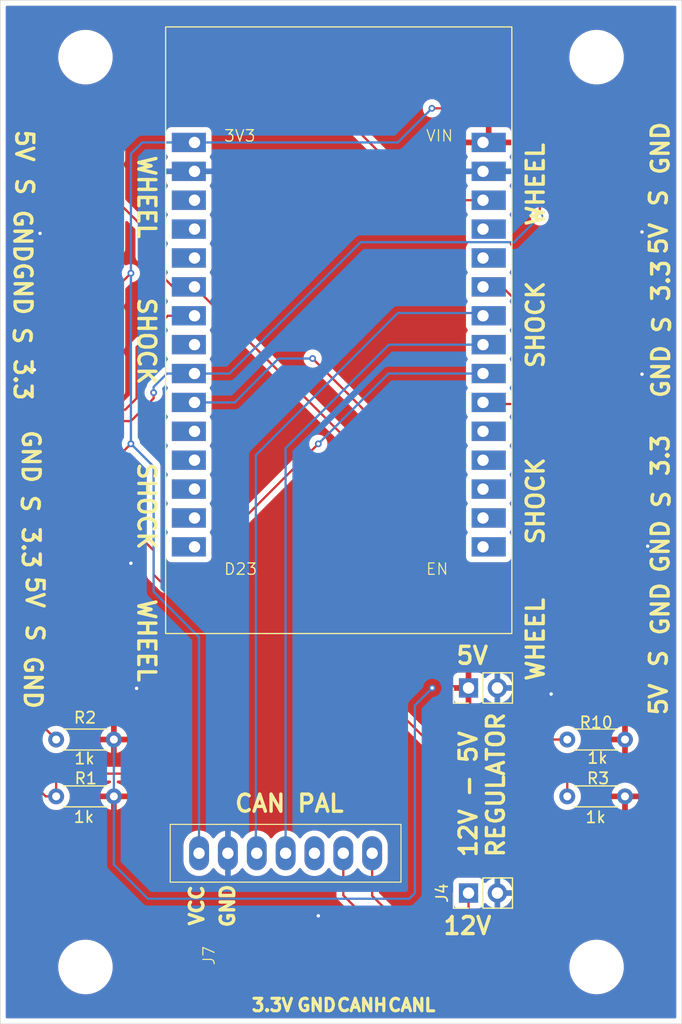
<source format=kicad_pcb>
(kicad_pcb (version 20240108) (generator "pcbnew") (generator_version "8.0")
  (layers (0 "F.Cu" signal) (31 "B.Cu" signal) (34 "B.Paste" user) (35 "F.Paste" user) (36 "B.SilkS" user "B.Silkscreen") (37 "F.SilkS" user "F.Silkscreen") (38 "B.Mask" user) (39 "F.Mask" user) (44 "Edge.Cuts" user))
  (net 0 "")
  (net 1 "GND")
  (net 2 "+5V")
  (net 3 "Net-(J1-Pin_2)")
  (net 4 "Net-(J2-Pin_2)")
  (net 5 "Net-(J3-Pin_2)")
  (net 6 "+12V")
  (net 7 "Net-(J5-Pin_2)")
  (net 8 "Net-(J7-Pin_3)")
  (net 9 "Net-(J7-Pin_4)")
  (net 23 "+3.3V")
  (net 24 "Net-(U3-D25)")
  (net 28 "Net-(U3-D26)")
  (net 30 "Net-(J6-Pin_2)")
  (net 31 "Net-(J9-Pin_2)")
  (net 32 "Net-(J10-Pin_2)")
  (net 33 "Net-(J11-Pin_2)")
  (footprint "WheelSpeed:3pin" (layer "F.Cu") (at 112.5 72.375)
    (property "Reference" "J9" (hide yes))
    (property "Value" "FrontLeftShock" (hide yes))
    (pad "1" smd rect (at 0 5.125) (size 6 3) (layers "F.Cu" "F.Paste" "F.Mask") (net 23 "+3.3V"))
    (pad "2" smd rect (at 0 9) (size 6 3) (layers "F.Cu" "F.Paste" "F.Mask") (net 31 "Net-(J9-Pin_2)"))
    (pad "3" smd rect (at 0 13) (size 6 3) (layers "F.Cu" "F.Paste" "F.Mask") (net 1 "GND"))
  )
  (footprint "WheelSpeed:3pin" (layer "F.Cu") (at 157.5 100.375)
    (property "Reference" "J3" (hide yes))
    (property "Value" "RearRightWheel" (hide yes))
    (pad "1" smd rect (at 0 5.125) (size 6 3) (layers "F.Cu" "F.Paste" "F.Mask") (net 2 "+5V"))
    (pad "2" smd rect (at 0 9) (size 6 3) (layers "F.Cu" "F.Paste" "F.Mask") (net 5 "Net-(J3-Pin_2)"))
    (pad "3" smd rect (at 0 13) (size 6 3) (layers "F.Cu" "F.Paste" "F.Mask") (net 1 "GND"))
  )
  (footprint "WheelSpeed:3pin" (layer "F.Cu") (at 112.5 99.875)
    (property "Reference" "J1" (hide yes))
    (property "Value" "RearLeftWheel" (hide yes))
    (pad "1" smd rect (at 0 5.125) (size 6 3) (layers "F.Cu" "F.Paste" "F.Mask") (net 2 "+5V"))
    (pad "2" smd rect (at 0 9) (size 6 3) (layers "F.Cu" "F.Paste" "F.Mask") (net 3 "Net-(J1-Pin_2)"))
    (pad "3" smd rect (at 0 13) (size 6 3) (layers "F.Cu" "F.Paste" "F.Mask") (net 1 "GND"))
  )
  (footprint "WheelSpeed:3pin" (layer "F.Cu") (at 157.5 87.375)
    (property "Reference" "J11" (hide yes))
    (property "Value" "RearRightShock" (hide yes))
    (pad "1" smd rect (at 0 5.125) (size 6 3) (layers "F.Cu" "F.Paste" "F.Mask") (net 23 "+3.3V"))
    (pad "2" smd rect (at 0 9) (size 6 3) (layers "F.Cu" "F.Paste" "F.Mask") (net 33 "Net-(J11-Pin_2)"))
    (pad "3" smd rect (at 0 13) (size 6 3) (layers "F.Cu" "F.Paste" "F.Mask") (net 1 "GND"))
  )
  (footprint "WheelSpeed:3pin" (layer "F.Cu") (at 157.5 72.375)
    (property "Reference" "J10" (hide yes))
    (property "Value" "FrontRightShock" (hide yes))
    (pad "1" smd rect (at 0 5.125) (size 6 3) (layers "F.Cu" "F.Paste" "F.Mask") (net 23 "+3.3V"))
    (pad "2" smd rect (at 0 9) (size 6 3) (layers "F.Cu" "F.Paste" "F.Mask") (net 32 "Net-(J10-Pin_2)"))
    (pad "3" smd rect (at 0 13) (size 6 3) (layers "F.Cu" "F.Paste" "F.Mask") (net 1 "GND"))
  )
  (footprint "WheelSpeed:4pin" (layer "F.Cu") (at 123.875 136.5 90)
    (property "Reference" "J7" (at 0 -0.5 90) (layer "F.SilkS") (effects (font (thickness 0.1))))
    (property "Value" "VehicleBus")
    (pad "1" smd rect (at 0 5.125 90) (size 6 3) (layers "F.Cu" "F.Paste" "F.Mask") (net 6 "+12V"))
    (pad "2" smd rect (at 0 9 90) (size 6 3) (layers "F.Cu" "F.Paste" "F.Mask") (net 1 "GND"))
    (pad "3" smd rect (at 0 13 90) (size 6 3) (layers "F.Cu" "F.Paste" "F.Mask") (net 8 "Net-(J7-Pin_3)"))
    (pad "4" smd rect (at 0 17 90) (size 6 3) (layers "F.Cu" "F.Paste" "F.Mask") (net 9 "Net-(J7-Pin_4)"))
  )
  (footprint "WheelSpeed:ESP32" (layer "F.Cu") (at 134.8 65)
    (property "Reference" "U3" (hide yes))
    (property "Value" "~")
    (fp_rect (start -15.24 -10.16) (end 15.24 43.18) (stroke (width 0.1)) (fill none) (layer "F.SilkS"))
    (fp_rect (start -15.24 -10.16) (end 15.24 43.18) (stroke (width 0.1)) (fill none) (layer "F.SilkS"))
    (fp_text user "VIN" (at 7.62 0 0) (layer "F.SilkS") (effects (font (thickness 0.1)) (justify left bottom)))
    (fp_text user "D23" (at -10.16 38.1 0) (layer "F.SilkS") (effects (font (thickness 0.1)) (justify left bottom)))
    (fp_text user "3V3" (at -10.16 0 0) (layer "F.SilkS") (effects (font (thickness 0.1)) (justify left bottom)))
    (fp_text user "3V3" (at -10.16 0 0) (layer "F.SilkS") (effects (font (thickness 0.1)) (justify left bottom)))
    (fp_text user "D23" (at -10.16 38.1 0) (layer "F.SilkS") (effects (font (thickness 0.1)) (justify left bottom)))
    (fp_text user "EN" (at 7.62 38.1 0) (layer "F.SilkS") (effects (font (thickness 0.1)) (justify left bottom)))
    (pad "1" thru_hole rect (at -12.7 0) (size 3 1.7) (drill 1 (offset -0.5 0)) (layers "*.Cu" "*.Mask") (net 23 "+3.3V"))
    (pad "2" thru_hole rect (at -12.7 2.54) (size 3 1.7) (drill 1 (offset -0.5 0)) (layers "*.Cu" "*.Mask") (net 1 "GND"))
    (pad "3" thru_hole rect (at -12.7 5.08) (size 3 1.7) (drill 1 (offset -0.5 0)) (layers "*.Cu" "*.Mask"))
    (pad "4" thru_hole rect (at -12.7 7.62) (size 3 1.7) (drill 1 (offset -0.5 0)) (layers "*.Cu" "*.Mask"))
    (pad "5" thru_hole rect (at -12.7 10.16) (size 3 1.7) (drill 1 (offset -0.5 0)) (layers "*.Cu" "*.Mask"))
    (pad "6" thru_hole rect (at -12.7 12.7) (size 3 1.7) (drill 1 (offset -0.5 0)) (layers "*.Cu" "*.Mask") (net 7 "Net-(J5-Pin_2)"))
    (pad "7" thru_hole rect (at -12.7 15.24) (size 3 1.7) (drill 1 (offset -0.5 0)) (layers "*.Cu" "*.Mask") (net 3 "Net-(J1-Pin_2)"))
    (pad "8" thru_hole rect (at -12.7 17.78) (size 3 1.7) (drill 1 (offset -0.5 0)) (layers "*.Cu" "*.Mask"))
    (pad "9" thru_hole rect (at -12.7 20.32) (size 3 1.7) (drill 1 (offset -0.5 0)) (layers "*.Cu" "*.Mask") (net 4 "Net-(J2-Pin_2)"))
    (pad "10" thru_hole rect (at -12.7 22.86) (size 3 1.7) (drill 1 (offset -0.5 0)) (layers "*.Cu" "*.Mask") (net 5 "Net-(J3-Pin_2)"))
    (pad "11" thru_hole rect (at -12.7 25.4) (size 3 1.7) (drill 1 (offset -0.5 0)) (layers "*.Cu" "*.Mask"))
    (pad "12" thru_hole rect (at -12.7 27.94) (size 3 1.7) (drill 1 (offset -0.5 0)) (layers "*.Cu" "*.Mask"))
    (pad "13" thru_hole rect (at -12.7 30.48) (size 3 1.7) (drill 1 (offset -0.5 0)) (layers "*.Cu" "*.Mask"))
    (pad "14" thru_hole rect (at -12.7 33.02) (size 3 1.7) (drill 1 (offset -0.5 0)) (layers "*.Cu" "*.Mask"))
    (pad "15" thru_hole rect (at -12.7 35.56) (size 3 1.7) (drill 1 (offset -0.5 0)) (layers "*.Cu" "*.Mask"))
    (pad "16" thru_hole rect (at 12.7 35.56) (size 3 1.7) (drill 1 (offset 0.5 0)) (layers "*.Cu" "*.Mask"))
    (pad "17" thru_hole rect (at 12.7 33.02) (size 3 1.7) (drill 1 (offset 0.5 0)) (layers "*.Cu" "*.Mask"))
    (pad "18" thru_hole rect (at 12.7 30.48) (size 3 1.7) (drill 1 (offset 0.5 0)) (layers "*.Cu" "*.Mask"))
    (pad "19" thru_hole rect (at 12.7 27.94) (size 3 1.7) (drill 1 (offset 0.5 0)) (layers "*.Cu" "*.Mask"))
    (pad "20" thru_hole rect (at 12.7 25.4) (size 3 1.7) (drill 1 (offset 0.5 0)) (layers "*.Cu" "*.Mask"))
    (pad "21" thru_hole rect (at 12.7 22.86) (size 3 1.7) (drill 1 (offset 0.5 0)) (layers "*.Cu" "*.Mask") (net 33 "Net-(J11-Pin_2)"))
    (pad "22" thru_hole rect (at 12.7 20.32) (size 3 1.7) (drill 1 (offset 0.5 0)) (layers "*.Cu" "*.Mask") (net 30 "Net-(J6-Pin_2)"))
    (pad "23" thru_hole rect (at 12.7 17.78) (size 3 1.7) (drill 1 (offset 0.5 0)) (layers "*.Cu" "*.Mask") (net 24 "Net-(U3-D25)"))
    (pad "24" thru_hole rect (at 12.7 15.24) (size 3 1.7) (drill 1 (offset 0.5 0)) (layers "*.Cu" "*.Mask") (net 28 "Net-(U3-D26)"))
    (pad "25" thru_hole rect (at 12.7 12.7) (size 3 1.7) (drill 1 (offset 0.5 0)) (layers "*.Cu" "*.Mask") (net 32 "Net-(J10-Pin_2)"))
    (pad "26" thru_hole rect (at 12.7 10.16) (size 3 1.7) (drill 1 (offset 0.5 0)) (layers "*.Cu" "*.Mask"))
    (pad "27" thru_hole rect (at 12.7 7.62) (size 3 1.7) (drill 1 (offset 0.5 0)) (layers "*.Cu" "*.Mask"))
    (pad "28" thru_hole rect (at 12.7 5.08) (size 3 1.7) (drill 1 (offset 0.5 0)) (layers "*.Cu" "*.Mask") (net 31 "Net-(J9-Pin_2)"))
    (pad "29" thru_hole rect (at 12.7 2.54) (size 3 1.7) (drill 1 (offset 0.5 0)) (layers "*.Cu" "*.Mask") (net 1 "GND"))
    (pad "30" thru_hole rect (at 12.7 0) (size 3 1.7) (drill 1 (offset 0.5 0)) (layers "*.Cu" "*.Mask") (net 2 "+5V"))
  )
  (footprint "WheelSpeed:3pin" (layer "F.Cu") (at 157.5 59.875)
    (property "Reference" "J2" (hide yes))
    (property "Value" "FrontRightWheel" (hide yes))
    (pad "1" smd rect (at 0 5.125) (size 6 3) (layers "F.Cu" "F.Paste" "F.Mask") (net 2 "+5V"))
    (pad "2" smd rect (at 0 9) (size 6 3) (layers "F.Cu" "F.Paste" "F.Mask") (net 4 "Net-(J2-Pin_2)"))
    (pad "3" smd rect (at 0 13) (size 6 3) (layers "F.Cu" "F.Paste" "F.Mask") (net 1 "GND"))
  )
  (footprint "Connector_PinHeader_2.54mm:PinHeader_1x02_P2.54mm_Vertical" (layer "F.Cu") (at 146.225 131 90)
    (property "Reference" "J4" (at 0 -2.33 90) (layer "F.SilkS"))
    (property "Value" "Conn_01x02_Pin" (hide yes))
    (fp_line (start -1.33 -1.33) (end 0 -1.33) (stroke (width 0.12)) (layer "F.SilkS"))
    (fp_line (start -1.33 0) (end -1.33 -1.33) (stroke (width 0.12)) (layer "F.SilkS"))
    (fp_line (start 1.33 1.27) (end 1.33 3.87) (stroke (width 0.12)) (layer "F.SilkS"))
    (fp_line (start -1.33 1.27) (end 1.33 1.27) (stroke (width 0.12)) (layer "F.SilkS"))
    (fp_line (start -1.33 1.27) (end -1.33 3.87) (stroke (width 0.12)) (layer "F.SilkS"))
    (fp_line (start -1.33 3.87) (end 1.33 3.87) (stroke (width 0.12)) (layer "F.SilkS"))
    (pad "1" thru_hole rect (at 0 0 90) (size 1.7 1.7) (drill 1) (layers "*.Cu" "*.Mask") (net 6 "+12V"))
    (pad "2" thru_hole oval (at 0 2.54 90) (size 1.7 1.7) (drill 1) (layers "*.Cu" "*.Mask") (net 1 "GND"))
  )
  (footprint "MountingHole:MountingHole_4.3mm_M4" (layer "F.Cu") (at 157.5 57.5)
    (property "Reference" "H2" (hide yes))
    (property "Value" "MountingHole" (hide yes))
    (pad "" np_thru_hole circle (at 0 0) (size 4.3 4.3) (drill 4.3) (layers "*.Cu" "*.Mask"))
  )
  (footprint "WheelSpeed:3pin" (layer "F.Cu") (at 112.5 59.875)
    (property "Reference" "J5" (hide yes))
    (property "Value" "FrontLeftWheel" (hide yes))
    (pad "1" smd rect (at 0 5.125) (size 6 3) (layers "F.Cu" "F.Paste" "F.Mask") (net 2 "+5V"))
    (pad "2" smd rect (at 0 9) (size 6 3) (layers "F.Cu" "F.Paste" "F.Mask") (net 7 "Net-(J5-Pin_2)"))
    (pad "3" smd rect (at 0 13) (size 6 3) (layers "F.Cu" "F.Paste" "F.Mask") (net 1 "GND"))
  )
  (footprint "WheelSpeed:1x7 Connectors" (layer "F.Cu") (at 122.5 127.5)
    (property "Reference" "U4" (hide yes))
    (property "Value" "~")
    (fp_rect (start -2.54 -2.54) (end 17.78 2.54) (stroke (width 0.1)) (fill none) (layer "F.SilkS"))
    (pad "1" thru_hole oval (at 0 0) (size 1.75 3) (drill 1) (layers "*.Cu" "*.Mask") (net 23 "+3.3V"))
    (pad "2" thru_hole oval (at 2.54 0) (size 1.75 3) (drill 1) (layers "*.Cu" "*.Mask") (net 1 "GND"))
    (pad "3" thru_hole oval (at 5.08 0) (size 1.75 3) (drill 1) (layers "*.Cu" "*.Mask") (net 28 "Net-(U3-D26)"))
    (pad "4" thru_hole oval (at 7.62 0) (size 1.75 3) (drill 1) (layers "*.Cu" "*.Mask") (net 24 "Net-(U3-D25)"))
    (pad "5" thru_hole oval (at 10.16 0) (size 1.75 3) (drill 1) (layers "*.Cu" "*.Mask"))
    (pad "6" thru_hole oval (at 12.7 0) (size 1.75 3) (drill 1) (layers "*.Cu" "*.Mask") (net 8 "Net-(J7-Pin_3)"))
    (pad "7" thru_hole oval (at 15.24 0) (size 1.75 3) (drill 1) (layers "*.Cu" "*.Mask") (net 9 "Net-(J7-Pin_4)"))
  )
  (footprint "Resistor_THT:R_Axial_DIN0204_L3.6mm_D1.6mm_P5.08mm_Horizontal" (layer "F.Cu") (at 109.92 122.5)
    (property "Reference" "R1" (at 2.601703 -1.580746 0) (layer "F.SilkS"))
    (property "Value" "1k")
    (fp_line (start 0.62 -0.92) (end 4.46 -0.92) (stroke (width 0.12)) (layer "F.SilkS"))
    (fp_line (start 0.62 0.92) (end 4.46 0.92) (stroke (width 0.12)) (layer "F.SilkS"))
    (pad "1" thru_hole circle (at 0 0) (size 1.4 1.4) (drill 0.7) (layers "*.Cu" "*.Mask") (net 3 "Net-(J1-Pin_2)"))
    (pad "2" thru_hole oval (at 5.08 0) (size 1.4 1.4) (drill 0.7) (layers "*.Cu" "*.Mask") (net 2 "+5V"))
  )
  (footprint "Resistor_THT:R_Axial_DIN0204_L3.6mm_D1.6mm_P5.08mm_Horizontal" (layer "F.Cu") (at 154.92 117.5)
    (property "Reference" "R10" (at 2.54 -1.5 0) (layer "F.SilkS"))
    (property "Value" "1k")
    (fp_line (start 0.62 -0.92) (end 4.46 -0.92) (stroke (width 0.12)) (layer "F.SilkS"))
    (fp_line (start 0.62 0.92) (end 4.46 0.92) (stroke (width 0.12)) (layer "F.SilkS"))
    (pad "1" thru_hole circle (at 0 0) (size 1.4 1.4) (drill 0.7) (layers "*.Cu" "*.Mask") (net 7 "Net-(J5-Pin_2)"))
    (pad "2" thru_hole oval (at 5.08 0) (size 1.4 1.4) (drill 0.7) (layers "*.Cu" "*.Mask") (net 2 "+5V"))
  )
  (footprint "MountingHole:MountingHole_4.3mm_M4" (layer "F.Cu") (at 112.5 137.5)
    (property "Reference" "H3" (hide yes))
    (property "Value" "MountingHole" (hide yes))
    (pad "" np_thru_hole circle (at 0 0) (size 4.3 4.3) (drill 4.3) (layers "*.Cu" "*.Mask"))
  )
  (footprint "Resistor_THT:R_Axial_DIN0204_L3.6mm_D1.6mm_P5.08mm_Horizontal" (layer "F.Cu") (at 154.92 122.5)
    (property "Reference" "R3" (at 2.711624 -1.580746 0) (layer "F.SilkS"))
    (property "Value" "1k")
    (fp_line (start 0.62 -0.92) (end 4.46 -0.92) (stroke (width 0.12)) (layer "F.SilkS"))
    (fp_line (start 0.62 0.92) (end 4.46 0.92) (stroke (width 0.12)) (layer "F.SilkS"))
    (pad "1" thru_hole circle (at 0 0) (size 1.4 1.4) (drill 0.7) (layers "*.Cu" "*.Mask") (net 5 "Net-(J3-Pin_2)"))
    (pad "2" thru_hole oval (at 5.08 0) (size 1.4 1.4) (drill 0.7) (layers "*.Cu" "*.Mask") (net 2 "+5V"))
  )
  (footprint "WheelSpeed:3pin" (layer "F.Cu") (at 112.5 87.375)
    (property "Reference" "J6" (hide yes))
    (property "Value" "RearLeftShock" (hide yes))
    (pad "1" smd rect (at 0 5.125) (size 6 3) (layers "F.Cu" "F.Paste" "F.Mask") (net 23 "+3.3V"))
    (pad "2" smd rect (at 0 9) (size 6 3) (layers "F.Cu" "F.Paste" "F.Mask") (net 30 "Net-(J6-Pin_2)"))
    (pad "3" smd rect (at 0 13) (size 6 3) (layers "F.Cu" "F.Paste" "F.Mask") (net 1 "GND"))
  )
  (footprint "MountingHole:MountingHole_4.3mm_M4" (layer "F.Cu") (at 157.5 137.5)
    (property "Reference" "H4" (hide yes))
    (property "Value" "MountingHole" (hide yes))
    (pad "" np_thru_hole circle (at 0 0) (size 4.3 4.3) (drill 4.3) (layers "*.Cu" "*.Mask"))
  )
  (footprint "Resistor_THT:R_Axial_DIN0204_L3.6mm_D1.6mm_P5.08mm_Horizontal" (layer "F.Cu") (at 109.92 117.5)
    (property "Reference" "R2" (at 2.54 -1.92 0) (layer "F.SilkS"))
    (property "Value" "1k")
    (fp_line (start 0.62 -0.92) (end 4.46 -0.92) (stroke (width 0.12)) (layer "F.SilkS"))
    (fp_line (start 0.62 0.92) (end 4.46 0.92) (stroke (width 0.12)) (layer "F.SilkS"))
    (pad "1" thru_hole circle (at 0 0) (size 1.4 1.4) (drill 0.7) (layers "*.Cu" "*.Mask") (net 4 "Net-(J2-Pin_2)"))
    (pad "2" thru_hole oval (at 5.08 0) (size 1.4 1.4) (drill 0.7) (layers "*.Cu" "*.Mask") (net 2 "+5V"))
  )
  (footprint "MountingHole:MountingHole_4.3mm_M4" (layer "F.Cu") (at 112.5 57.5)
    (property "Reference" "H1" (hide yes))
    (property "Value" "MountingHole" (hide yes))
    (pad "" np_thru_hole circle (at 0 0) (size 4.3 4.3) (drill 4.3) (layers "*.Cu" "*.Mask"))
  )
  (footprint "Connector_PinHeader_2.54mm:PinHeader_1x02_P2.54mm_Vertical" (layer "F.Cu") (at 146.225 112.966 90)
    (property "Reference" "J8" (hide yes))
    (property "Value" "Conn_01x02_Pin" (hide yes))
    (fp_line (start -1.33 -1.33) (end 0 -1.33) (stroke (width 0.12)) (layer "F.SilkS"))
    (fp_line (start -1.33 0) (end -1.33 -1.33) (stroke (width 0.12)) (layer "F.SilkS"))
    (fp_line (start 1.33 1.27) (end 1.33 3.87) (stroke (width 0.12)) (layer "F.SilkS"))
    (fp_line (start -1.33 1.27) (end 1.33 1.27) (stroke (width 0.12)) (layer "F.SilkS"))
    (fp_line (start -1.33 1.27) (end -1.33 3.87) (stroke (width 0.12)) (layer "F.SilkS"))
    (fp_line (start -1.33 3.87) (end 1.33 3.87) (stroke (width 0.12)) (layer "F.SilkS"))
    (pad "1" thru_hole rect (at 0 0 90) (size 1.7 1.7) (drill 1) (layers "*.Cu" "*.Mask") (net 2 "+5V"))
    (pad "2" thru_hole oval (at 0 2.54 90) (size 1.7 1.7) (drill 1) (layers "*.Cu" "*.Mask") (net 1 "GND"))
  )
  (gr_rect (start 105 52.5) (end 165 142.5) (stroke (width 0.05)) (fill none) (layer "Edge.Cuts"))
  (gr_text "1k" (at 157.577794 119.115934 0) (layer "F.SilkS") (effects (font (size 1 1))))
  (gr_text "CANL" (at 139 141.5 0) (layer "F.SilkS") (effects (font (size 1.1 1.1) (thickness 0.275) (bold yes)) (justify left bottom)))
  (gr_text "3.3" (at 106.104395 83.872802 -90) (layer "F.SilkS") (effects (font (size 1.5 1.5) (thickness 0.3) (bold yes)) (justify left bottom)))
  (gr_text "5V" (at 145 111 0) (layer "F.SilkS") (effects (font (size 1.5 1.5) (thickness 0.3) (bold yes)) (justify left bottom)))
  (gr_text "SHOCK" (at 117 93 270) (layer "F.SilkS") (effects (font (size 1.5 1.5) (thickness 0.3) (bold yes)) (justify left bottom)))
  (gr_text "5V" (at 107.164745 102.982324 270) (layer "F.SilkS") (effects (font (size 1.5 1.5) (thickness 0.3) (bold yes)) (justify left bottom)))
  (gr_text "12V" (at 143.863125 134.760805 0) (layer "F.SilkS") (effects (font (size 1.5 1.5) (thickness 0.3) (bold yes)) (justify left bottom)))
  (gr_text "WHEEL" (at 153 112.5 90) (layer "F.SilkS") (effects (font (size 1.5 1.5) (thickness 0.3) (bold yes)) (justify left bottom)))
  (gr_text "GND" (at 164 108.5 90) (layer "F.SilkS") (effects (font (size 1.5 1.5) (thickness 0.3) (bold yes)) (justify left bottom)))
  (gr_text "WHEEL" (at 117 66 -90) (layer "F.SilkS") (effects (font (size 1.5 1.5) (thickness 0.3) (bold yes)) (justify left bottom)))
  (gr_text "S" (at 106.023328 81.072598 -90) (layer "F.SilkS") (effects (font (size 1.5 1.5) (thickness 0.3) (bold yes)) (justify left bottom)))
  (gr_text "1k" (at 157.416302 124.337488 0) (layer "F.SilkS") (effects (font (size 1 1))))
  (gr_text "S" (at 106.248332 67.968975 270) (layer "F.SilkS") (effects (font (size 1.5 1.5) (thickness 0.3) (bold yes)) (justify left bottom)))
  (gr_text "S" (at 164.081067 97.300204 90) (layer "F.SilkS") (effects (font (size 1.5 1.5) (thickness 0.3) (bold yes)) (justify left bottom)))
  (gr_text "S" (at 163.838508 111.285726 90) (layer "F.SilkS") (effects (font (size 1.5 1.5) (thickness 0.3) (bold yes)) (justify left bottom)))
  (gr_text "GND" (at 125.715475 134.155083 90) (layer "F.SilkS") (effects (font (size 1.2 1.2) (thickness 0.3) (bold yes)) (justify left bottom)))
  (gr_text "SHOCK" (at 153 85 90) (layer "F.SilkS") (effects (font (size 1.5 1.5) (thickness 0.3) (bold yes)) (justify left bottom)))
  (gr_text "GND" (at 164 103 90) (layer "F.SilkS") (effects (font (size 1.5 1.5) (thickness 0.3) (bold yes)) (justify left bottom)))
  (gr_text "GND" (at 106.81653 90.138271 -90) (layer "F.SilkS") (effects (font (size 1.5 1.5) (thickness 0.3) (bold yes)) (justify left bottom)))
  (gr_text "GND" (at 164.04518 87.623453 90) (layer "F.SilkS") (effects (font (size 1.5 1.5) (thickness 0.3) (bold yes)) (justify left bottom)))
  (gr_text "5V" (at 163.835255 75.017676 90) (layer "F.SilkS") (effects (font (size 1.5 1.5) (thickness 0.3) (bold yes)) (justify left bottom)))
  (gr_text "GND" (at 106.08684 70.754701 270) (layer "F.SilkS") (effects (font (size 1.5 1.5) (thickness 0.3) (bold yes)) (justify left bottom)))
  (gr_text "1k" (at 112.360211 124.310572 0) (layer "F.SilkS") (effects (font (size 1 1))))
  (gr_text "VCC" (at 123 134 90) (layer "F.SilkS") (effects (font (size 1.2 1.2) (thickness 0.3) (bold yes)) (justify left bottom)))
  (gr_text "GND" (at 107 110 270) (layer "F.SilkS") (effects (font (size 1.5 1.5) (thickness 0.3) (bold yes)) (justify left bottom)))
  (gr_text "S" (at 163.838508 70.785726 90) (layer "F.SilkS") (effects (font (size 1.5 1.5) (thickness 0.3) (bold yes)) (justify left bottom)))
  (gr_text "CAN PAL" (at 125.5 124 0) (layer "F.SilkS") (effects (font (size 1.5 1.5) (thickness 0.3) (bold yes)) (justify left bottom)))
  (gr_text "S" (at 164.126247 81.923657 90) (layer "F.SilkS") (effects (font (size 1.5 1.5) (thickness 0.3) (bold yes)) (justify left bottom)))
  (gr_text "S" (at 106.735463 95.838067 -90) (layer "F.SilkS") (effects (font (size 1.5 1.5) (thickness 0.3) (bold yes)) (justify left bottom)))
  (gr_text "WHEEL" (at 153 72.5 90) (layer "F.SilkS") (effects (font (size 1.5 1.5) (thickness 0.3) (bold yes)) (justify left bottom)))
  (gr_text "WHEEL" (at 117 105 -90) (layer "F.SilkS") (effects (font (size 1.5 1.5) (thickness 0.3) (bold yes)) (justify left bottom)))
  (gr_text "S" (at 107.161492 107.214274 270) (layer "F.SilkS") (effects (font (size 1.5 1.5) (thickness 0.3) (bold yes)) (justify left bottom)))
  (gr_text "3.3" (at 106.81653 98.638271 -90) (layer "F.SilkS") (effects (font (size 1.5 1.5) (thickness 0.3) (bold yes)) (justify left bottom)))
  (gr_text "GND" (at 131 141.5 0) (layer "F.SilkS") (effects (font (size 1.1 1.1) (thickness 0.275) (bold yes)) (justify left bottom)))
  (gr_text "CANH" (at 134.5 141.5 0) (layer "F.SilkS") (effects (font (size 1.1 1.1) (thickness 0.275) (bold yes)) (justify left bottom)))
  (gr_text "5V" (at 163.835255 115.517676 90) (layer "F.SilkS") (effects (font (size 1.5 1.5) (thickness 0.3) (bold yes)) (justify left bottom)))
  (gr_text "GND" (at 106.104395 75.372802 -90) (layer "F.SilkS") (effects (font (size 1.5 1.5) (thickness 0.3) (bold yes)) (justify left bottom)))
  (gr_text "5V" (at 106.251585 63.737025 270) (layer "F.SilkS") (effects (font (size 1.5 1.5) (thickness 0.3) (bold yes)) (justify left bottom)))
  (gr_text "3.3" (at 164.04518 79.123453 90) (layer "F.SilkS") (effects (font (size 1.5 1.5) (thickness 0.3) (bold yes)) (justify left bottom)))
  (gr_text "SHOCK" (at 117 78.5 270) (layer "F.SilkS") (effects (font (size 1.5 1.5) (thickness 0.3) (bold yes)) (justify left bottom)))
  (gr_text "1k" (at 112.414042 119.169764 0) (layer "F.SilkS") (effects (font (size 1 1))))
  (gr_text "12V - 5V\nREGULATOR" (at 149.5 128 90) (layer "F.SilkS") (effects (font (size 1.5 1.5) (thickness 0.3) (bold yes)) (justify left bottom)))
  (gr_text "GND" (at 164 68 90) (layer "F.SilkS") (effects (font (size 1.5 1.5) (thickness 0.3) (bold yes)) (justify left bottom)))
  (gr_text "SHOCK" (at 153 100.5 90) (layer "F.SilkS") (effects (font (size 1.5 1.5) (thickness 0.3) (bold yes)) (justify left bottom)))
  (gr_text "3.3V" (at 127 141.5 0) (layer "F.SilkS") (effects (font (size 1.1 1.1) (thickness 0.275) (bold yes)) (justify left bottom)))
  (gr_text "3.3" (at 164 94.5 90) (layer "F.SilkS") (effects (font (size 1.5 1.5) (thickness 0.3) (bold yes)) (justify left bottom)))
  (segment (start 133.5 133.5) (end 133 133) (width 0.2) (layer "F.Cu") (net 1))
  (segment (start 153.625 113.375) (end 153.5 113.5) (width 0.2) (layer "F.Cu") (net 1))
  (segment (start 133.5 137.5) (end 133.5 133.5) (width 0.2) (layer "F.Cu") (net 1))
  (segment (start 161.875 100.375) (end 162 100.5) (width 0.2) (layer "F.Cu") (net 1))
  (segment (start 112.5 85.375) (end 108.375 85.375) (width 0.2) (layer "F.Cu") (net 1))
  (segment (start 161.5 85.375) (end 157.5 85.375) (width 0.2) (layer "F.Cu") (net 1))
  (segment (start 161.5 72.875) (end 157.5 72.875) (width 0.2) (layer "F.Cu") (net 1))
  (segment (start 116.875 112.875) (end 117 113) (width 0.2) (layer "F.Cu") (net 1))
  (segment (start 112.5 100.375) (end 114.875 100.375) (width 0.2) (layer "F.Cu") (net 1))
  (segment (start 108.375 85.375) (end 108 85) (width 0.2) (layer "F.Cu") (net 1))
  (segment (start 157.5 113.375) (end 153.625 113.375) (width 0.2) (layer "F.Cu") (net 1))
  (segment (start 157.5 100.375) (end 161.875 100.375) (width 0.2) (layer "F.Cu") (net 1))
  (segment (start 112.5 112.875) (end 116.875 112.875) (width 0.2) (layer "F.Cu") (net 1))
  (segment (start 114.875 100.375) (end 116.5 102) (width 0.2) (layer "F.Cu") (net 1))
  (segment (start 112.5 72.875) (end 108.625 72.875) (width 0.2) (layer "F.Cu") (net 1))
  (segment (start 108.625 72.875) (end 108.5 73) (width 0.2) (layer "F.Cu") (net 1))
  (via (at 153.5 113.5) (size 0.6) (drill 0.3) (layers "F.Cu" "B.Cu") (net 1))
  (via (at 108 85) (size 0.6) (drill 0.3) (layers "F.Cu" "B.Cu") (net 1))
  (via (at 108.5 73) (size 0.6) (drill 0.3) (layers "F.Cu" "B.Cu") (net 1))
  (via (at 162 100.5) (size 0.6) (drill 0.3) (layers "F.Cu" "B.Cu") (net 1))
  (via (at 116.5 102) (size 0.6) (drill 0.3) (layers "F.Cu" "B.Cu") (net 1))
  (via (at 133 133) (size 0.6) (drill 0.3) (layers "F.Cu" "B.Cu") (net 1))
  (via (at 117 113) (size 0.6) (drill 0.3) (layers "F.Cu" "B.Cu") (net 1))
  (via (at 161.5 85.375) (size 0.6) (drill 0.3) (layers "F.Cu" "B.Cu") (net 1))
  (via (at 161.5 72.875) (size 0.6) (drill 0.3) (layers "F.Cu" "B.Cu") (net 1))
  (segment (start 146.225 112.966) (end 143.034 112.966) (width 0.2) (layer "F.Cu") (net 2))
  (segment (start 143 113) (end 143.034 112.966) (width 0.2) (layer "F.Cu") (net 2))
  (via (at 143.034 112.966) (size 0.6) (drill 0.3) (layers "F.Cu" "B.Cu") (net 2))
  (segment (start 118 131.5) (end 115 128.5) (width 0.2) (layer "B.Cu") (net 2))
  (segment (start 141 131.5) (end 118 131.5) (width 0.2) (layer "B.Cu") (net 2))
  (segment (start 141.5 114.5) (end 141.5 131) (width 0.2) (layer "B.Cu") (net 2))
  (segment (start 115 117.5) (end 115 122.5) (width 0.2) (layer "B.Cu") (net 2))
  (segment (start 115 128.5) (end 115 122.5) (width 0.2) (layer "B.Cu") (net 2))
  (segment (start 141.5 131) (end 141 131.5) (width 0.2) (layer "B.Cu") (net 2))
  (segment (start 143.034 112.966) (end 141.5 114.5) (width 0.2) (layer "B.Cu") (net 2))
  (segment (start 119.5 117.5) (end 119.5 110.5) (width 0.2) (layer "F.Cu") (net 3))
  (segment (start 117.875 108.875) (end 112.5 108.875) (width 0.2) (layer "F.Cu") (net 3))
  (segment (start 112.5 108.875) (end 110.375 108.875) (width 0.2) (layer "F.Cu") (net 3))
  (segment (start 109.92 122.5) (end 109.92 121.08) (width 0.2) (layer "F.Cu") (net 3))
  (segment (start 107 90.5) (end 109 88.5) (width 0.2) (layer "F.Cu") (net 3))
  (segment (start 117 87.5) (end 117 83) (width 0.2) (layer "F.Cu") (net 3))
  (segment (start 116.5 120.5) (end 119.5 117.5) (width 0.2) (layer "F.Cu") (net 3))
  (segment (start 117 83) (end 119.76 80.24) (width 0.2) (layer "F.Cu") (net 3))
  (segment (start 107 120.5) (end 107 90.5) (width 0.2) (layer "F.Cu") (net 3))
  (segment (start 109.92 122.5) (end 109 122.5) (width 0.2) (layer "F.Cu") (net 3))
  (segment (start 119.76 80.24) (end 122.1 80.24) (width 0.2) (layer "F.Cu") (net 3))
  (segment (start 109 88.5) (end 116 88.5) (width 0.2) (layer "F.Cu") (net 3))
  (segment (start 109.92 121.08) (end 110.5 120.5) (width 0.2) (layer "F.Cu") (net 3))
  (segment (start 109 122.5) (end 107 120.5) (width 0.2) (layer "F.Cu") (net 3))
  (segment (start 119.5 110.5) (end 117.875 108.875) (width 0.2) (layer "F.Cu") (net 3))
  (segment (start 116 88.5) (end 117 87.5) (width 0.2) (layer "F.Cu") (net 3))
  (segment (start 110.5 120.5) (end 116.5 120.5) (width 0.2) (layer "F.Cu") (net 3))
  (segment (start 157.5 68.875) (end 153.625 68.875) (width 0.2) (layer "F.Cu") (net 4))
  (segment (start 152.5 70) (end 152.5 71.5) (width 0.2) (layer "F.Cu") (net 4))
  (segment (start 108 115.58) (end 109.92 117.5) (width 0.2) (layer "F.Cu") (net 4))
  (segment (start 108 91) (end 108 115.58) (width 0.2) (layer "F.Cu") (net 4))
  (segment (start 153.625 68.875) (end 152.5 70) (width 0.2) (layer "F.Cu") (net 4))
  (segment (start 118.5 87.5) (end 116.5 89.5) (width 0.2) (layer "F.Cu") (net 4))
  (segment (start 109.5 89.5) (end 108 91) (width 0.2) (layer "F.Cu") (net 4))
  (segment (start 118.5 87) (end 118.5 87.5) (width 0.2) (layer "F.Cu") (net 4))
  (segment (start 116.5 89.5) (end 109.5 89.5) (width 0.2) (layer "F.Cu") (net 4))
  (via (at 152.5 71.5) (size 0.6) (drill 0.3) (layers "F.Cu" "B.Cu") (net 4))
  (via (at 118.5 87) (size 0.6) (drill 0.3) (layers "F.Cu" "B.Cu") (net 4))
  (segment (start 150.23 73.77) (end 136.73 73.77) (width 0.2) (layer "B.Cu") (net 4))
  (segment (start 119.68 85.32) (end 122.1 85.32) (width 0.2) (layer "B.Cu") (net 4))
  (segment (start 152.5 71.5) (end 150.23 73.77) (width 0.2) (layer "B.Cu") (net 4))
  (segment (start 125.18 85.32) (end 122.1 85.32) (width 0.2) (layer "B.Cu") (net 4))
  (segment (start 118.5 86.5) (end 119.68 85.32) (width 0.2) (layer "B.Cu") (net 4))
  (segment (start 118.5 87) (end 118.5 86.5) (width 0.2) (layer "B.Cu") (net 4))
  (segment (start 136.73 73.77) (end 125.18 85.32) (width 0.2) (layer "B.Cu") (net 4))
  (segment (start 155.5 120.5) (end 161.5 120.5) (width 0.2) (layer "F.Cu") (net 5))
  (segment (start 161.5 120.5) (end 162 120) (width 0.2) (layer "F.Cu") (net 5))
  (segment (start 160.375 109.375) (end 157.5 109.375) (width 0.2) (layer "F.Cu") (net 5))
  (segment (start 162 111) (end 160.375 109.375) (width 0.2) (layer "F.Cu") (net 5))
  (segment (start 143.5 104.5) (end 143.5 95) (width 0.2) (layer "F.Cu") (net 5))
  (segment (start 148.375 109.375) (end 143.5 104.5) (width 0.2) (layer "F.Cu") (net 5))
  (segment (start 154.92 122.5) (end 154.92 121.08) (width 0.2) (layer "F.Cu") (net 5))
  (segment (start 157.5 109.375) (end 148.375 109.375) (width 0.2) (layer "F.Cu") (net 5))
  (segment (start 154.92 121.08) (end 155.5 120.5) (width 0.2) (layer "F.Cu") (net 5))
  (segment (start 143.5 95) (end 132.5 84) (width 0.2) (layer "F.Cu") (net 5))
  (segment (start 162 120) (end 162 111) (width 0.2) (layer "F.Cu") (net 5))
  (via (at 132.5 84) (size 0.6) (drill 0.3) (layers "F.Cu" "B.Cu") (net 5))
  (segment (start 129.5 84) (end 125.64 87.86) (width 0.2) (layer "B.Cu") (net 5))
  (segment (start 125.64 87.86) (end 122.1 87.86) (width 0.2) (layer "B.Cu") (net 5))
  (segment (start 132.5 84) (end 129.5 84) (width 0.2) (layer "B.Cu") (net 5))
  (segment (start 129 140.5) (end 129.5 141) (width 0.2) (layer "F.Cu") (net 6))
  (segment (start 129 136.5) (end 129 140.5) (width 0.2) (layer "F.Cu") (net 6))
  (segment (start 129.5 141) (end 143.5 141) (width 0.2) (layer "F.Cu") (net 6))
  (segment (start 146.225 138.275) (end 146.225 131) (width 0.2) (layer "F.Cu") (net 6))
  (segment (start 143.5 141) (end 146.225 138.275) (width 0.2) (layer "F.Cu") (net 6))
  (segment (start 114 68.875) (end 117.5 72.375) (width 0.2) (layer "F.Cu") (net 7))
  (segment (start 142.5 117.5) (end 154.92 117.5) (width 0.2) (layer "F.Cu") (net 7))
  (segment (start 117.5 75) (end 120.2 77.7) (width 0.2) (layer "F.Cu") (net 7))
  (segment (start 112.5 68.875) (end 114 68.875) (width 0.2) (layer "F.Cu") (net 7))
  (segment (start 122.1 77.7) (end 140 95.6) (width 0.2) (layer "F.Cu") (net 7))
  (segment (start 120.2 77.7) (end 122.1 77.7) (width 0.2) (layer "F.Cu") (net 7))
  (segment (start 140 95.6) (end 140 115) (width 0.2) (layer "F.Cu") (net 7))
  (segment (start 117.5 72.375) (end 117.5 75) (width 0.2) (layer "F.Cu") (net 7))
  (segment (start 140 115) (end 142.5 117.5) (width 0.2) (layer "F.Cu") (net 7))
  (segment (start 135.2 131.2) (end 137.5 133.5) (width 0.2) (layer "F.Cu") (net 8))
  (segment (start 137.5 133.5) (end 137.5 137.5) (width 0.2) (layer "F.Cu") (net 8))
  (segment (start 135.2 127.5) (end 135.2 131.2) (width 0.2) (layer "F.Cu") (net 8))
  (segment (start 137.74 131.24) (end 141.5 135) (width 0.2) (layer "F.Cu") (net 9))
  (segment (start 137.74 127.5) (end 137.74 131.24) (width 0.2) (layer "F.Cu") (net 9))
  (segment (start 141.5 135) (end 141.5 137.5) (width 0.2) (layer "F.Cu") (net 9))
  (segment (start 163 79.5) (end 163 63.5) (width 0.2) (layer "F.Cu") (net 23))
  (segment (start 163 63.5) (end 161.5 62) (width 0.2) (layer "F.Cu") (net 23))
  (segment (start 115.5 92.5) (end 112.5 92.5) (width 0.2) (layer "F.Cu") (net 23))
  (segment (start 115.5 77.5) (end 112.5 77.5) (width 0.2) (layer "F.Cu") (net 23))
  (segment (start 163 79.5) (end 161 77.5) (width 0.2) (layer "F.Cu") (net 23))
  (segment (start 163 91) (end 163 79.5) (width 0.2) (layer "F.Cu") (net 23))
  (segment (start 157.5 92.5) (end 161.5 92.5) (width 0.2) (layer "F.Cu") (net 23))
  (segment (start 161 77.5) (end 157.5 77.5) (width 0.2) (layer "F.Cu") (net 23))
  (segment (start 116.5 76.5) (end 115.5 77.5) (width 0.2) (layer "F.Cu") (net 23))
  (segment (start 116.5 91.5) (end 115.5 92.5) (width 0.2) (layer "F.Cu") (net 23))
  (segment (start 161.5 62) (end 143 62) (width 0.2) (layer "F.Cu") (net 23))
  (segment (start 161.5 92.5) (end 163 91) (width 0.2) (layer "F.Cu") (net 23))
  (via (at 116.5 91.5) (size 0.6) (drill 0.3) (layers "F.Cu" "B.Cu") (net 23))
  (via (at 116.5 76.5) (size 0.6) (drill 0.3) (layers "F.Cu" "B.Cu") (net 23))
  (via (at 143 62) (size 0.6) (drill 0.3) (layers "F.Cu" "B.Cu") (net 23))
  (segment (start 117.5 65) (end 116.5 66) (width 0.2) (layer "B.Cu") (net 23))
  (segment (start 116.5 66) (end 116.5 76.5) (width 0.2) (layer "B.Cu") (net 23))
  (segment (start 116.5 91.5) (end 116.5 76.5) (width 0.2) (layer "B.Cu") (net 23))
  (segment (start 140 65) (end 122.1 65) (width 0.2) (layer "B.Cu") (net 23))
  (segment (start 118.5 104.5) (end 118.5 93.5) (width 0.2) (layer "B.Cu") (net 23))
  (segment (start 143 62) (end 140 65) (width 0.2) (layer "B.Cu") (net 23))
  (segment (start 122.5 127.5) (end 122.5 108.5) (width 0.2) (layer "B.Cu") (net 23))
  (segment (start 118.5 93.5) (end 116.5 91.5) (width 0.2) (layer "B.Cu") (net 23))
  (segment (start 122.1 65) (end 117.5 65) (width 0.2) (layer "B.Cu") (net 23))
  (segment (start 122.5 108.5) (end 118.5 104.5) (width 0.2) (layer "B.Cu") (net 23))
  (segment (start 139.22 82.78) (end 147.5 82.78) (width 0.2) (layer "B.Cu") (net 24))
  (segment (start 130.12 91.88) (end 139.22 82.78) (width 0.2) (layer "B.Cu") (net 24))
  (segment (start 130.12 127.5) (end 130.12 91.88) (width 0.2) (layer "B.Cu") (net 24))
  (segment (start 147.5 80.24) (end 147.26 80) (width 0.2) (layer "B.Cu") (net 28))
  (segment (start 140 80) (end 127.5 92.5) (width 0.2) (layer "B.Cu") (net 28))
  (segment (start 147.26 80) (end 140 80) (width 0.2) (layer "B.Cu") (net 28))
  (segment (start 127.5 127.42) (end 127.58 127.5) (width 0.2) (layer "B.Cu") (net 28))
  (segment (start 147.24 80.5) (end 147.5 80.24) (width 0.2) (layer "B.Cu") (net 28))
  (segment (start 127.5 92.5) (end 127.5 127.42) (width 0.2) (layer "B.Cu") (net 28))
  (segment (start 112.5 96.375) (end 114 96.375) (width 0.2) (layer "F.Cu") (net 30))
  (segment (start 125 101) (end 125 99.5) (width 0.2) (layer "F.Cu") (net 30))
  (segment (start 125 99.5) (end 133 91.5) (width 0.2) (layer "F.Cu") (net 30))
  (segment (start 122 104) (end 125 101) (width 0.2) (layer "F.Cu") (net 30))
  (segment (start 114 96.375) (end 118.5 100.875) (width 0.2) (layer "F.Cu") (net 30))
  (segment (start 118.5 103) (end 119.5 104) (width 0.2) (layer "F.Cu") (net 30))
  (segment (start 119.5 104) (end 122 104) (width 0.2) (layer "F.Cu") (net 30))
  (segment (start 118.5 100.875) (end 118.5 103) (width 0.2) (layer "F.Cu") (net 30))
  (via (at 133 91.5) (size 0.6) (drill 0.3) (layers "F.Cu" "B.Cu") (net 30))
  (segment (start 133 91.5) (end 139.18 85.32) (width 0.2) (layer "B.Cu") (net 30))
  (segment (start 139.18 85.32) (end 147.5 85.32) (width 0.2) (layer "B.Cu") (net 30))
  (segment (start 135 62.5) (end 142.5 70) (width 0.2) (layer "F.Cu") (net 31))
  (segment (start 143.58 70.08) (end 147.5 70.08) (width 0.2) (layer "F.Cu") (net 31))
  (segment (start 143.5 70) (end 143.58 70.08) (width 0.2) (layer "F.Cu") (net 31))
  (segment (start 107 78.92) (end 107 63.5) (width 0.2) (layer "F.Cu") (net 31))
  (segment (start 107 63.5) (end 108 62.5) (width 0.2) (layer "F.Cu") (net 31))
  (segment (start 108 62.5) (end 135 62.5) (width 0.2) (layer "F.Cu") (net 31))
  (segment (start 109.455 81.375) (end 107 78.92) (width 0.2) (layer "F.Cu") (net 31))
  (segment (start 142.5 70) (end 143.5 70) (width 0.2) (layer "F.Cu") (net 31))
  (segment (start 112.5 81.375) (end 109.455 81.375) (width 0.2) (layer "F.Cu") (net 31))
  (segment (start 149.2 77.7) (end 147.5 77.7) (width 0.2) (layer "F.Cu") (net 32))
  (segment (start 157.5 81.375) (end 156 81.375) (width 0.2) (layer "F.Cu") (net 32))
  (segment (start 156 81.375) (end 155.625 81) (width 0.2) (layer "F.Cu") (net 32))
  (segment (start 155.625 81) (end 152.5 81) (width 0.2) (layer "F.Cu") (net 32))
  (segment (start 152.5 81) (end 149.2 77.7) (width 0.2) (layer "F.Cu") (net 32))
  (segment (start 147.64 88) (end 147.5 87.86) (width 0.2) (layer "F.Cu") (net 33))
  (segment (start 153.875 96.375) (end 152.5 95) (width 0.2) (layer "F.Cu") (net 33))
  (segment (start 152.5 89) (end 151.5 88) (width 0.2) (layer "F.Cu") (net 33))
  (segment (start 157.5 96.375) (end 153.875 96.375) (width 0.2) (layer "F.Cu") (net 33))
  (segment (start 151.5 88) (end 147.64 88) (width 0.2) (layer "F.Cu") (net 33))
  (segment (start 152.5 95) (end 152.5 89) (width 0.2) (layer "F.Cu") (net 33))
  (zone (net 2) (net_name "+5V") (layer "F.Cu") (connect_pads (clearance 0.5)) (min_thickness 0.25) (fill yes (thermal_gap 0.5) (thermal_bridge_width 0.5))
    (polygon (pts (xy 105 52.5) (xy 165 52.5) (xy 165 142.5) (xy 105 142.5)))
  )
  (zone (net 1) (net_name "GND") (layer "B.Cu") (priority 1) (connect_pads (clearance 0.5)) (min_thickness 0.25) (fill yes (thermal_gap 0.5) (thermal_bridge_width 0.5))
    (polygon (pts (xy 105 52.5) (xy 165 52.5) (xy 165 142.5) (xy 105 142.5)))
  )
)
</source>
